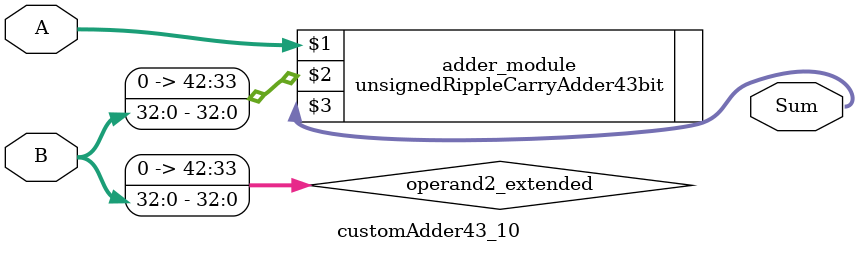
<source format=v>
module customAdder43_10(
                        input [42 : 0] A,
                        input [32 : 0] B,
                        
                        output [43 : 0] Sum
                );

        wire [42 : 0] operand2_extended;
        
        assign operand2_extended =  {10'b0, B};
        
        unsignedRippleCarryAdder43bit adder_module(
            A,
            operand2_extended,
            Sum
        );
        
        endmodule
        
</source>
